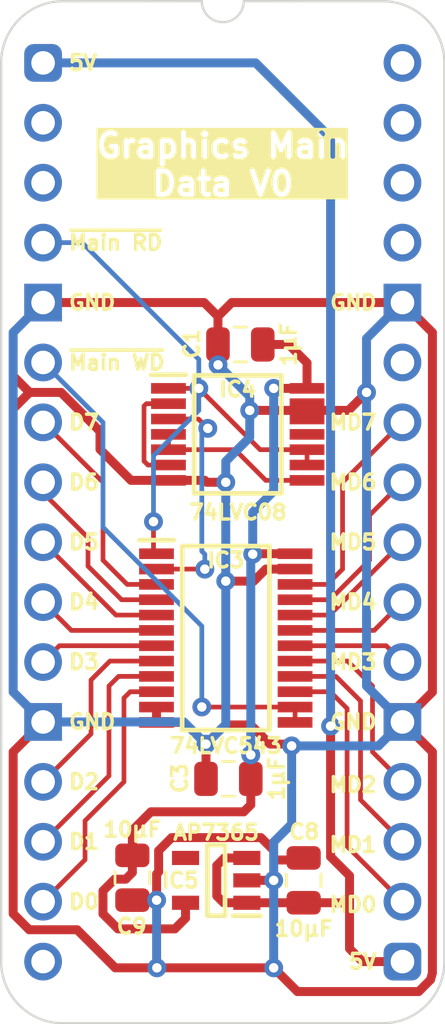
<source format=kicad_pcb>
(kicad_pcb (version 20241229) (generator "pcbnew") (generator_version "9.0")
  (title_block (title "Graphics Main Data") (date "2025-10-11") (rev "V0"))
  (layers (0 "F.Cu" signal) (2 "B.Cu" signal) (13 "F.Paste" user) (15 "B.Paste" user) (5 "F.SilkS" user "F.Silkscreen") (7 "B.SilkS" user "B.Silkscreen") (1 "F.Mask" user) (3 "B.Mask" user) (25 "Edge.Cuts" user))
  (net 0 "")
  (net 1 "GND")
  (net 2 "5V")
  (net 3 "/3.3V")
  (net 5 "D2")
  (net 6 "D0")
  (net 7 "MD1")
  (net 8 "D3")
  (net 9 "MD7")
  (net 10 "D4")
  (net 11 "MD6")
  (net 12 "MD0")
  (net 13 "D6")
  (net 14 "MD2")
  (net 15 "MD4")
  (net 16 "D7")
  (net 17 "MD3")
  (net 18 "MD5")
  (net 19 "D5")
  (net 20 "D1")
  (net 21 "~{Main Write}")
  (net 22 "~{Main Read}")
  (net 23 "/~{Read}_{3}")
  (net 24 "/~{Read}_{2}")
  (net 26 "/~{Read}_{4}")
  (footprint "SamacSys_Parts:SOP65P640X110-14N" (layer "F.Cu") (at 8.255 15.748)
    (property "Reference" "IC4" (at 0 -1.905 0) (layer "F.SilkS") (effects (font (size 0.635 0.635))))
    (property "Value" "74LVC08APW,112" (hide yes))
    (fp_line (start -3.675 -2.525) (end -2.2 -2.525) (stroke (width 0.2)) (layer "F.SilkS"))
    (fp_line (start -1.85 -2.5) (end 1.85 -2.5) (stroke (width 0.2)) (layer "F.SilkS"))
    (fp_line (start -1.85 2.5) (end -1.85 -2.5) (stroke (width 0.2)) (layer "F.SilkS"))
    (fp_line (start 1.85 -2.5) (end 1.85 2.5) (stroke (width 0.2)) (layer "F.SilkS"))
    (fp_line (start 1.85 2.5) (end -1.85 2.5) (stroke (width 0.2)) (layer "F.SilkS"))
    (fp_text user "${Silkscreen}" (at 0 3.302 0) (layer "F.SilkS") (effects (font (size 0.635 0.635))))
    (pad "1" smd rect (at -2.938 -1.95 90) (size 0.45 1.475) (layers "F.Cu" "F.Mask" "F.Paste") (net 22 "~{Main Read}"))
    (pad "2" smd rect (at -2.938 -1.3 90) (size 0.45 1.475) (layers "F.Cu" "F.Mask" "F.Paste") (net 23 "/~{Read}_{3}"))
    (pad "3" smd rect (at -2.938 -0.65 90) (size 0.45 1.475) (layers "F.Cu" "F.Mask" "F.Paste") (net 26 "/~{Read}_{4}"))
    (pad "4" smd rect (at -2.938 0 90) (size 0.45 1.475) (layers "F.Cu" "F.Mask" "F.Paste") (net 24 "/~{Read}_{2}"))
    (pad "5" smd rect (at -2.938 0.65 90) (size 0.45 1.475) (layers "F.Cu" "F.Mask" "F.Paste") (net 24 "/~{Read}_{2}"))
    (pad "6" smd rect (at -2.938 1.3 90) (size 0.45 1.475) (layers "F.Cu" "F.Mask" "F.Paste") (net 23 "/~{Read}_{3}"))
    (pad "7" smd rect (at -2.938 1.95 90) (size 0.45 1.475) (layers "F.Cu" "F.Mask" "F.Paste") (net 1 "GND"))
    (pad "8" smd rect (at 2.938 1.95 90) (size 0.45 1.475) (layers "F.Cu" "F.Mask" "F.Paste") (net 24 "/~{Read}_{2}"))
    (pad "9" smd rect (at 2.938 1.3 90) (size 0.45 1.475) (layers "F.Cu" "F.Mask" "F.Paste") (net 22 "~{Main Read}"))
    (pad "10" smd rect (at 2.938 0.65 90) (size 0.45 1.475) (layers "F.Cu" "F.Mask" "F.Paste") (net 22 "~{Main Read}"))
    (pad "11" smd rect (at 2.938 0 90) (size 0.45 1.475) (layers "F.Cu" "F.Mask" "F.Paste"))
    (pad "12" smd rect (at 2.938 -0.65 90) (size 0.45 1.475) (layers "F.Cu" "F.Mask" "F.Paste") (net 1 "GND"))
    (pad "13" smd rect (at 2.938 -1.3 90) (size 0.45 1.475) (layers "F.Cu" "F.Mask" "F.Paste") (net 1 "GND"))
    (pad "14" smd rect (at 2.938 -1.95 90) (size 0.45 1.475) (layers "F.Cu" "F.Mask" "F.Paste") (net 3 "/3.3V"))
  )
  (footprint "SamacSys_Parts:C_0805" (layer "F.Cu") (at 11.049 34.671)
    (property "Reference" "C8" (at 0.027 -2.075 180) (layer "F.SilkS") (effects (font (size 0.635 0.635))))
    (property "Value" "10µF" (at 0 2.032 0) (layer "F.SilkS") (effects (font (size 0.635 0.635))))
    (fp_line (start -0.735 0.245252) (end -0.735 -0.277252) (stroke (width 0.12)) (layer "F.SilkS"))
    (fp_line (start 0.735 0.245252) (end 0.735 -0.277252) (stroke (width 0.12)) (layer "F.SilkS"))
    (pad "1" smd roundrect (at 0 0.934 90) (size 1 1.45) (layers "F.Cu" "F.Mask" "F.Paste") (net 2 "5V"))
    (pad "2" smd roundrect (at 0 -0.966 90) (size 1 1.45) (layers "F.Cu" "F.Mask" "F.Paste") (net 1 "GND"))
  )
  (footprint "SamacSys_Parts:DIP-32_Board_W15.24mm" (layer "F.Cu") (at 0 0)
    (property "Reference" "J5" (hide yes))
    (property "Value" "Board 2x16 W15.24mm" (hide yes))
    (fp_line (start -1.778 38.1) (end -1.778 0) (stroke (width 0.1)) (layer "Edge.Cuts"))
    (fp_line (start 6.731 -2.6162) (end 0.835732 -2.613732) (stroke (width 0.1)) (layer "Edge.Cuts"))
    (fp_line (start 14.404267 -2.613733) (end 8.509 -2.6162) (stroke (width 0.1)) (layer "Edge.Cuts"))
    (fp_line (start 14.404268 40.713732) (end 0.835733 40.713733) (stroke (width 0.1)) (layer "Edge.Cuts"))
    (fp_line (start 17.018 38.1) (end 17.017999 -0.000001) (stroke (width 0.1)) (layer "Edge.Cuts"))
    (fp_arc (start -1.778 0) (mid -1.012456 -1.848188) (end 0.835732 -2.613732) (stroke (width 0.1)) (layer "Edge.Cuts"))
    (fp_arc (start 0.835733 40.713733) (mid -1.012456 39.948189) (end -1.778 38.1) (stroke (width 0.1)) (layer "Edge.Cuts"))
    (fp_arc (start 8.509 -2.6162) (mid 7.62 -1.7272) (end 6.731 -2.6162) (stroke (width 0.1)) (layer "Edge.Cuts"))
    (fp_arc (start 14.404267 -2.613733) (mid 16.252455 -1.848189) (end 17.017999 -0.000001) (stroke (width 0.1)) (layer "Edge.Cuts"))
    (fp_arc (start 17.018 38.1) (mid 16.252455 39.948187) (end 14.404268 40.713732) (stroke (width 0.1)) (layer "Edge.Cuts"))
    (pad "1" thru_hole roundrect (at 0 0) (size 1.6 1.6) (drill 1) (layers "*.Cu" "*.Mask") (net 2 "5V"))
    (pad "2" thru_hole oval (at 0 2.54) (size 1.6 1.6) (drill 1) (layers "*.Cu" "*.Mask"))
    (pad "3" thru_hole oval (at 0 5.08) (size 1.6 1.6) (drill 1) (layers "*.Cu" "*.Mask"))
    (pad "4" thru_hole oval (at 0 7.62) (size 1.6 1.6) (drill 1) (layers "*.Cu" "*.Mask") (net 22 "~{Main Read}"))
    (pad "5" thru_hole rect (at 0 10.16) (size 1.6 1.6) (drill 1) (layers "*.Cu" "*.Mask") (net 1 "GND"))
    (pad "6" thru_hole oval (at 0 12.7) (size 1.6 1.6) (drill 1) (layers "*.Cu" "*.Mask") (net 21 "~{Main Write}"))
    (pad "7" thru_hole oval (at 0 15.24) (size 1.6 1.6) (drill 1) (layers "*.Cu" "*.Mask") (net 16 "D7"))
    (pad "8" thru_hole oval (at 0 17.78) (size 1.6 1.6) (drill 1) (layers "*.Cu" "*.Mask") (net 13 "D6"))
    (pad "9" thru_hole oval (at 0 20.32) (size 1.6 1.6) (drill 1) (layers "*.Cu" "*.Mask") (net 19 "D5"))
    (pad "10" thru_hole oval (at 0 22.86) (size 1.6 1.6) (drill 1) (layers "*.Cu" "*.Mask") (net 10 "D4"))
    (pad "11" thru_hole oval (at 0 25.4) (size 1.6 1.6) (drill 1) (layers "*.Cu" "*.Mask") (net 8 "D3"))
    (pad "12" thru_hole rect (at 0 27.94) (size 1.6 1.6) (drill 1) (layers "*.Cu" "*.Mask") (net 1 "GND"))
    (pad "13" thru_hole oval (at 0 30.48) (size 1.6 1.6) (drill 1) (layers "*.Cu" "*.Mask") (net 5 "D2"))
    (pad "14" thru_hole oval (at 0 33.02) (size 1.6 1.6) (drill 1) (layers "*.Cu" "*.Mask") (net 20 "D1"))
    (pad "15" thru_hole oval (at 0 35.56) (size 1.6 1.6) (drill 1) (layers "*.Cu" "*.Mask") (net 6 "D0"))
    (pad "16" thru_hole oval (at 0 38.1) (size 1.6 1.6) (drill 1) (layers "*.Cu" "*.Mask"))
    (pad "17" thru_hole roundrect (at 15.24 38.1) (size 1.6 1.6) (drill 1) (layers "*.Cu" "*.Mask") (net 2 "5V"))
    (pad "18" thru_hole oval (at 15.24 35.56 180) (size 1.6 1.6) (drill 1) (layers "*.Cu" "*.Mask") (net 12 "MD0"))
    (pad "19" thru_hole oval (at 15.24 33.02 180) (size 1.6 1.6) (drill 1) (layers "*.Cu" "*.Mask") (net 7 "MD1"))
    (pad "20" thru_hole oval (at 15.24 30.48 180) (size 1.6 1.6) (drill 1) (layers "*.Cu" "*.Mask") (net 14 "MD2"))
    (pad "21" thru_hole rect (at 15.24 27.94) (size 1.6 1.6) (drill 1) (layers "*.Cu" "*.Mask") (net 1 "GND"))
    (pad "22" thru_hole oval (at 15.24 25.4) (size 1.6 1.6) (drill 1) (layers "*.Cu" "*.Mask") (net 17 "MD3"))
    (pad "23" thru_hole oval (at 15.24 22.86) (size 1.6 1.6) (drill 1) (layers "*.Cu" "*.Mask") (net 15 "MD4"))
    (pad "24" thru_hole oval (at 15.24 20.32) (size 1.6 1.6) (drill 1) (layers "*.Cu" "*.Mask") (net 18 "MD5"))
    (pad "25" thru_hole oval (at 15.24 17.78) (size 1.6 1.6) (drill 1) (layers "*.Cu" "*.Mask") (net 11 "MD6"))
    (pad "26" thru_hole oval (at 15.24 15.24) (size 1.6 1.6) (drill 1) (layers "*.Cu" "*.Mask") (net 9 "MD7"))
    (pad "27" thru_hole oval (at 15.24 12.7) (size 1.6 1.6) (drill 1) (layers "*.Cu" "*.Mask"))
    (pad "28" thru_hole rect (at 15.24 10.16) (size 1.6 1.6) (drill 1) (layers "*.Cu" "*.Mask") (net 1 "GND"))
    (pad "29" thru_hole oval (at 15.24 7.62) (size 1.6 1.6) (drill 1) (layers "*.Cu" "*.Mask"))
    (pad "30" thru_hole oval (at 15.24 5.08) (size 1.6 1.6) (drill 1) (layers "*.Cu" "*.Mask"))
    (pad "31" thru_hole oval (at 15.24 2.54) (size 1.6 1.6) (drill 1) (layers "*.Cu" "*.Mask"))
    (pad "32" thru_hole oval (at 15.24 0) (size 1.6 1.6) (drill 1) (layers "*.Cu" "*.Mask"))
  )
  (footprint "SamacSys_Parts:SOP65P640X120-24N" (layer "F.Cu") (at 7.747 24.384)
    (property "Reference" "IC3" (at 0 -3.302 0) (layer "F.SilkS") (effects (font (size 0.635 0.635))))
    (property "Value" "SN74LVC543APWR" (hide yes))
    (fp_line (start -3.675 -4.15) (end -2.2 -4.15) (stroke (width 0.2)) (layer "F.SilkS"))
    (fp_line (start -1.85 -3.9) (end 1.85 -3.9) (stroke (width 0.2)) (layer "F.SilkS"))
    (fp_line (start -1.85 3.9) (end -1.85 -3.9) (stroke (width 0.2)) (layer "F.SilkS"))
    (fp_line (start 1.85 -3.9) (end 1.85 3.9) (stroke (width 0.2)) (layer "F.SilkS"))
    (fp_line (start 1.85 3.9) (end -1.85 3.9) (stroke (width 0.2)) (layer "F.SilkS"))
    (fp_text user "${Silkscreen}" (at 0 4.572 0) (layer "F.SilkS") (effects (font (size 0.635 0.635))))
    (pad "1" smd rect (at -2.938 -3.575 90) (size 0.45 1.475) (layers "F.Cu" "F.Mask" "F.Paste") (net 22 "~{Main Read}"))
    (pad "2" smd rect (at -2.938 -2.925 90) (size 0.45 1.475) (layers "F.Cu" "F.Mask" "F.Paste") (net 26 "/~{Read}_{4}"))
    (pad "3" smd rect (at -2.938 -2.275 90) (size 0.45 1.475) (layers "F.Cu" "F.Mask" "F.Paste") (net 16 "D7"))
    (pad "4" smd rect (at -2.938 -1.625 90) (size 0.45 1.475) (layers "F.Cu" "F.Mask" "F.Paste") (net 13 "D6"))
    (pad "5" smd rect (at -2.938 -0.975 90) (size 0.45 1.475) (layers "F.Cu" "F.Mask" "F.Paste") (net 19 "D5"))
    (pad "6" smd rect (at -2.938 -0.325 90) (size 0.45 1.475) (layers "F.Cu" "F.Mask" "F.Paste") (net 10 "D4"))
    (pad "7" smd rect (at -2.938 0.325 90) (size 0.45 1.475) (layers "F.Cu" "F.Mask" "F.Paste") (net 8 "D3"))
    (pad "8" smd rect (at -2.938 0.975 90) (size 0.45 1.475) (layers "F.Cu" "F.Mask" "F.Paste") (net 5 "D2"))
    (pad "9" smd rect (at -2.938 1.625 90) (size 0.45 1.475) (layers "F.Cu" "F.Mask" "F.Paste") (net 20 "D1"))
    (pad "10" smd rect (at -2.938 2.275 90) (size 0.45 1.475) (layers "F.Cu" "F.Mask" "F.Paste") (net 6 "D0"))
    (pad "11" smd rect (at -2.938 2.925 90) (size 0.45 1.475) (layers "F.Cu" "F.Mask" "F.Paste") (net 1 "GND"))
    (pad "12" smd rect (at -2.938 3.575 90) (size 0.45 1.475) (layers "F.Cu" "F.Mask" "F.Paste") (net 1 "GND"))
    (pad "13" smd rect (at 2.938 3.575 90) (size 0.45 1.475) (layers "F.Cu" "F.Mask" "F.Paste") (net 21 "~{Main Write}"))
    (pad "14" smd rect (at 2.938 2.925 90) (size 0.45 1.475) (layers "F.Cu" "F.Mask" "F.Paste") (net 21 "~{Main Write}"))
    (pad "15" smd rect (at 2.938 2.275 90) (size 0.45 1.475) (layers "F.Cu" "F.Mask" "F.Paste") (net 12 "MD0"))
    (pad "16" smd rect (at 2.938 1.625 90) (size 0.45 1.475) (layers "F.Cu" "F.Mask" "F.Paste") (net 7 "MD1"))
    (pad "17" smd rect (at 2.938 0.975 90) (size 0.45 1.475) (layers "F.Cu" "F.Mask" "F.Paste") (net 14 "MD2"))
    (pad "18" smd rect (at 2.938 0.325 90) (size 0.45 1.475) (layers "F.Cu" "F.Mask" "F.Paste") (net 17 "MD3"))
    (pad "19" smd rect (at 2.938 -0.325 90) (size 0.45 1.475) (layers "F.Cu" "F.Mask" "F.Paste") (net 15 "MD4"))
    (pad "20" smd rect (at 2.938 -0.975 90) (size 0.45 1.475) (layers "F.Cu" "F.Mask" "F.Paste") (net 18 "MD5"))
    (pad "21" smd rect (at 2.938 -1.625 90) (size 0.45 1.475) (layers "F.Cu" "F.Mask" "F.Paste") (net 11 "MD6"))
    (pad "22" smd rect (at 2.938 -2.275 90) (size 0.45 1.475) (layers "F.Cu" "F.Mask" "F.Paste") (net 9 "MD7"))
    (pad "23" smd rect (at 2.938 -2.925 90) (size 0.45 1.475) (layers "F.Cu" "F.Mask" "F.Paste") (net 1 "GND"))
    (pad "24" smd rect (at 2.938 -3.575 90) (size 0.45 1.475) (layers "F.Cu" "F.Mask" "F.Paste") (net 3 "/3.3V"))
  )
  (footprint "SamacSys_Parts:C_0805" (layer "F.Cu") (at 7.874 30.353 90)
    (property "Reference" "C3" (at 0.027 -2.075 90) (layer "F.SilkS") (effects (font (size 0.635 0.635))))
    (property "Value" "1μF" (at 0 2.032 90) (layer "F.SilkS") (effects (font (size 0.635 0.635))))
    (fp_line (start 0.735 -0.277252) (end 0.735 0.245252) (stroke (width 0.12)) (layer "F.SilkS"))
    (fp_line (start -0.735 -0.277252) (end -0.735 0.245252) (stroke (width 0.12)) (layer "F.SilkS"))
    (pad "1" smd roundrect (at 0 0.934 180) (size 1 1.45) (layers "F.Cu" "F.Mask" "F.Paste") (net 3 "/3.3V"))
    (pad "2" smd roundrect (at 0 -0.966 180) (size 1 1.45) (layers "F.Cu" "F.Mask" "F.Paste") (net 1 "GND"))
  )
  (footprint "SamacSys_Parts:C_0805" (layer "F.Cu") (at 3.7846 34.529 180)
    (property "Reference" "C9" (at 0.027 -2.075 0) (layer "F.SilkS") (effects (font (size 0.635 0.635))))
    (property "Value" "10µF" (at 0 2.032 180) (layer "F.SilkS") (effects (font (size 0.635 0.635))))
    (fp_line (start 0.735 0.245252) (end 0.735 -0.277252) (stroke (width 0.12)) (layer "F.SilkS"))
    (fp_line (start -0.735 0.245252) (end -0.735 -0.277252) (stroke (width 0.12)) (layer "F.SilkS"))
    (pad "1" smd roundrect (at 0 0.934 270) (size 1 1.45) (layers "F.Cu" "F.Mask" "F.Paste") (net 3 "/3.3V"))
    (pad "2" smd roundrect (at 0 -0.966 270) (size 1 1.45) (layers "F.Cu" "F.Mask" "F.Paste") (net 1 "GND"))
  )
  (footprint "SamacSys_Parts:SOT95P285X130-5N" (layer "F.Cu") (at 7.3406 34.656 180)
    (property "Reference" "IC5" (at 1.524 0 180) (layer "F.SilkS") (effects (font (size 0.635 0.635))))
    (property "Value" "AP7365-33WG-7" (hide yes))
    (fp_line (start 0.375 1.5) (end -0.375 1.5) (stroke (width 0.2)) (layer "F.SilkS"))
    (fp_line (start 0.375 -1.5) (end 0.375 1.5) (stroke (width 0.2)) (layer "F.SilkS"))
    (fp_line (start -0.375 1.5) (end -0.375 -1.5) (stroke (width 0.2)) (layer "F.SilkS"))
    (fp_line (start -0.375 -1.5) (end 0.375 -1.5) (stroke (width 0.2)) (layer "F.SilkS"))
    (fp_line (start -1.875 -1.5) (end -0.725 -1.5) (stroke (width 0.2)) (layer "F.SilkS"))
    (fp_text user "${Silkscreen}" (at 0 2.032 180) (layer "F.SilkS") (effects (font (size 0.635 0.635))))
    (pad "1" smd rect (at -1.3 -0.95 270) (size 0.6 1.15) (layers "F.Cu" "F.Mask" "F.Paste") (net 2 "5V"))
    (pad "2" smd rect (at -1.3 0 270) (size 0.6 1.15) (layers "F.Cu" "F.Mask" "F.Paste") (net 1 "GND"))
    (pad "3" smd rect (at -1.3 0.95 270) (size 0.6 1.15) (layers "F.Cu" "F.Mask" "F.Paste") (net 2 "5V"))
    (pad "4" smd rect (at 1.3 0.95 270) (size 0.6 1.15) (layers "F.Cu" "F.Mask" "F.Paste"))
    (pad "5" smd rect (at 1.3 -0.95 270) (size 0.6 1.15) (layers "F.Cu" "F.Mask" "F.Paste") (net 3 "/3.3V"))
  )
  (footprint "SamacSys_Parts:C_0805" (layer "F.Cu") (at 8.382 11.938 90)
    (property "Reference" "C1" (at 0.027 -2.075 90) (layer "F.SilkS") (effects (font (size 0.635 0.635))))
    (property "Value" "1μF" (at 0 2.032 90) (layer "F.SilkS") (effects (font (size 0.635 0.635))))
    (fp_line (start 0.735 -0.277252) (end 0.735 0.245252) (stroke (width 0.12)) (layer "F.SilkS"))
    (fp_line (start -0.735 -0.277252) (end -0.735 0.245252) (stroke (width 0.12)) (layer "F.SilkS"))
    (pad "1" smd roundrect (at 0 0.934 180) (size 1 1.45) (layers "F.Cu" "F.Mask" "F.Paste") (net 3 "/3.3V"))
    (pad "2" smd roundrect (at 0 -0.966 180) (size 1 1.45) (layers "F.Cu" "F.Mask" "F.Paste") (net 1 "GND"))
  )
  (gr_text "D3" (at 1.016 25.4 0) (layer "F.SilkS") (effects (font (size 0.635 0.635)) (justify left)))
  (gr_text "GND" (at 14.224 27.94 0) (layer "F.SilkS") (effects (font (size 0.635 0.635)) (justify right)))
  (gr_text "D6" (at 1.016 17.78 0) (layer "F.SilkS") (effects (font (size 0.635 0.635)) (justify left)))
  (gr_text "MD1" (at 14.224 33.147 0) (layer "F.SilkS") (effects (font (size 0.635 0.635)) (justify right)))
  (gr_text "D2" (at 1.016 30.48 0) (layer "F.SilkS") (effects (font (size 0.635 0.635)) (justify left)))
  (gr_text "5V" (at 14.224 38.1 0) (layer "F.SilkS") (effects (font (size 0.635 0.635)) (justify right)))
  (gr_text "MD3" (at 14.224 25.4 0) (layer "F.SilkS") (effects (font (size 0.635 0.635)) (justify right)))
  (gr_text "GND" (at 1.016 27.94 0) (layer "F.SilkS") (effects (font (size 0.635 0.635)) (justify left)))
  (gr_text "D7" (at 1.016 15.24 0) (layer "F.SilkS") (effects (font (size 0.635 0.635)) (justify left)))
  (gr_text "MD4" (at 14.224 22.86 0) (layer "F.SilkS") (effects (font (size 0.635 0.635)) (justify right)))
  (gr_text "GND" (at 14.224 10.16 0) (layer "F.SilkS") (effects (font (size 0.635 0.635)) (justify right)))
  (gr_text "D1" (at 1.016 33.02 0) (layer "F.SilkS") (effects (font (size 0.635 0.635)) (justify left)))
  (gr_text "~{Main RD}" (at 1.016 7.62 0) (layer "F.SilkS") (effects (font (size 0.635 0.635)) (justify left)))
  (gr_text "D5" (at 1.016 20.32 0) (layer "F.SilkS") (effects (font (size 0.635 0.635)) (justify left)))
  (gr_text "D0" (at 1.016 35.56 0) (layer "F.SilkS") (effects (font (size 0.635 0.635)) (justify left)))
  (gr_text "GND" (at 1.016 10.16 0) (layer "F.SilkS") (effects (font (size 0.635 0.635)) (justify left)))
  (gr_text "D4" (at 1.016 22.86 0) (layer "F.SilkS") (effects (font (size 0.635 0.635)) (justify left)))
  (gr_text "MD7" (at 14.224 15.24 0) (layer "F.SilkS") (effects (font (size 0.635 0.635)) (justify right)))
  (gr_text "5V" (at 1.016 0 0) (layer "F.SilkS") (effects (font (size 0.635 0.635)) (justify left)))
  (gr_text "~{Main WD}" (at 1.016 12.7 0) (layer "F.SilkS") (effects (font (size 0.635 0.635)) (justify left)))
  (gr_text "MD5" (at 14.224 20.32 0) (layer "F.SilkS") (effects (font (size 0.635 0.635)) (justify right)))
  (gr_text "Graphics Main\nData V0" (at 7.62 4.318 0) (layer "F.SilkS" knockout) (effects (font (size 1 1) (thickness 0.2) (bold yes))))
  (gr_text "MD6" (at 14.224 17.78 0) (layer "F.SilkS") (effects (font (size 0.635 0.635)) (justify right)))
  (gr_text "MD2" (at 14.224 30.607 0) (layer "F.SilkS") (effects (font (size 0.635 0.635)) (justify right)))
  (gr_text "MD0" (at 14.224 35.687 0) (layer "F.SilkS") (effects (font (size 0.635 0.635)) (justify right)))
  (segment (start 11.559 14.732) (end 11.193 15.098) (width 0.38) (layer "F.Cu") (net 1))
  (segment (start 2.413 15.621) (end 0.762 13.97) (width 0.38) (layer "F.Cu") (net 1))
  (segment (start 7.720002 28.067) (end 6.908001 28.879001) (width 0.38) (layer "F.Cu") (net 1))
  (segment (start -1.27 36.068) (end -0.588 36.75) (width 0.38) (layer "F.Cu") (net 1))
  (segment (start -1.27 14.667085) (end -0.572915 13.97) (width 0.38) (layer "F.Cu") (net 1))
  (segment (start 6.831 10.16) (end 7.416 10.745) (width 0.38) (layer "F.Cu") (net 1))
  (segment (start -1.27 13.272915) (end -0.572915 13.97) (width 0.38) (layer "F.Cu") (net 1))
  (segment (start 10.464001 28.879001) (end 9.619938 28.879001) (width 0.38) (layer "F.Cu") (net 1))
  (segment (start 6.908 30.353) (end 6.908001 28.879001) (width 0.38) (layer "F.Cu") (net 1))
  (segment (start 12.954 14.732) (end 11.559 14.732) (width 0.38) (layer "F.Cu") (net 1))
  (segment (start 9.619938 28.879001) (end 8.807937 28.067) (width 0.38) (layer "F.Cu") (net 1))
  (segment (start 3.0584 38.3644) (end 4.826 38.3644) (width 0.38) (layer "F.Cu") (net 1))
  (segment (start 9.779 33.7924) (end 9.779 33.38506) (width 0.38) (layer "F.Cu") (net 1))
  (segment (start -1.27 26.67) (end -1.27 14.667085) (width 0.38) (layer "F.Cu") (net 1))
  (segment (start 3.7846 35.495) (end 4.813998 35.495) (width 0.38) (layer "F.Cu") (net 1))
  (segment (start 9.23794 32.844) (end 5.451644 32.844) (width 0.38) (layer "F.Cu") (net 1))
  (segment (start 13.716 13.97) (end 12.954 14.732) (width 0.38) (layer "F.Cu") (net 1))
  (segment (start 16.51 26.67) (end 15.24 27.94) (width 0.38) (layer "F.Cu") (net 1))
  (segment (start 6.942122 17.78) (end 6.860122 17.698) (width 0.38) (layer "F.Cu") (net 1))
  (segment (start 5.451644 32.844) (end 4.8996 33.396044) (width 0.38) (layer "F.Cu") (net 1))
  (segment (start 0 10.16) (end 6.831 10.16) (width 0.38) (layer "F.Cu") (net 1))
  (segment (start 10.541 28.956) (end 10.464001 28.879001) (width 0.38) (layer "F.Cu") (net 1))
  (segment (start 15.928038 39.37) (end 10.7846 39.37) (width 0.38) (layer "F.Cu") (net 1))
  (segment (start 4.809 27.959) (end 5.988 27.959) (width 0.38) (layer "F.Cu") (net 1))
  (segment (start 5.988 27.959) (end 6.908001 28.879001) (width 0.38) (layer "F.Cu") (net 1))
  (segment (start 7.416 10.745) (end 8.001 10.16) (width 0.38) (layer "F.Cu") (net 1))
  (segment (start 4.8996 34.3004) (end 4.814001 34.385999) (width 0.38) (layer "F.Cu") (net 1))
  (segment (start 9.779 33.7924) (end 10.972 33.7924) (width 0.38) (layer "F.Cu") (net 1))
  (segment (start 10.685 21.459) (end 9.446937 21.459) (width 0.38) (layer "F.Cu") (net 1))
  (segment (start 4.814001 34.385999) (end 4.814001 35.494997) (width 0.38) (layer "F.Cu") (net 1))
  (segment (start -1.27 11.43) (end -1.27 13.272915) (width 0.38) (layer "F.Cu") (net 1))
  (segment (start 9.779 33.38506) (end 9.23794 32.844) (width 0.38) (layer "F.Cu") (net 1))
  (segment (start 4.813998 35.495) (end 4.814001 35.494997) (width 0.38) (layer "F.Cu") (net 1))
  (segment (start 2.413 15.621) (end 2.413 16.383) (width 0.38) (layer "F.Cu") (net 1))
  (segment (start 15.24 10.16) (end 16.51 11.43) (width 0.38) (layer "F.Cu") (net 1))
  (segment (start 16.51 38.577442) (end 16.432916 38.865122) (width 0.38) (layer "F.Cu") (net 1))
  (segment (start 10.7846 39.37) (end 9.779 38.3644) (width 0.38) (layer "F.Cu") (net 1))
  (segment (start 0.762 13.97) (end -0.572915 13.97) (width 0.38) (layer "F.Cu") (net 1))
  (segment (start 11.193 14.448) (end 11.193 15.098) (width 0.38) (layer "F.Cu") (net 1))
  (segment (start 16.51 11.43) (end 16.51 26.67) (width 0.38) (layer "F.Cu") (net 1))
  (segment (start -1.27 29.21) (end -1.27 36.068) (width 0.38) (layer "F.Cu") (net 1))
  (segment (start 0 10.16) (end -1.27 11.43) (width 0.38) (layer "F.Cu") (net 1))
  (segment (start 8.001 10.16) (end 15.24 10.16) (width 0.38) (layer "F.Cu") (net 1))
  (segment (start 8.934937 21.971) (end 7.747 21.971) (width 0.38) (layer "F.Cu") (net 1))
  (segment (start 2.413 16.383) (end 3.728 17.698) (width 0.38) (layer "F.Cu") (net 1))
  (segment (start 15.24 27.94) (end 16.51 29.21) (width 0.38) (layer "F.Cu") (net 1))
  (segment (start 16.432916 38.865122) (end 15.928038 39.37) (width 0.38) (layer "F.Cu") (net 1))
  (segment (start 4.8996 33.396044) (end 4.8996 34.3004) (width 0.38) (layer "F.Cu") (net 1))
  (segment (start 8.763 14.732) (end 10.827 14.732) (width 0.38) (layer "F.Cu") (net 1))
  (segment (start 6.860122 17.698) (end 5.317 17.698) (width 0.38) (layer "F.Cu") (net 1))
  (segment (start 7.416 11.938) (end 7.416 10.745) (width 0.38) (layer "F.Cu") (net 1))
  (segment (start 9.446937 21.459) (end 8.934937 21.971) (width 0.38) (layer "F.Cu") (net 1))
  (segment (start 3.728 17.698) (end 5.317 17.698) (width 0.38) (layer "F.Cu") (net 1))
  (segment (start 16.51 29.21) (end 16.51 38.577442) (width 0.38) (layer "F.Cu") (net 1))
  (segment (start 8.807937 28.067) (end 7.720002 28.067) (width 0.38) (layer "F.Cu") (net 1))
  (segment (start 9.779 34.656) (end 9.779 33.7924) (width 0.38) (layer "F.Cu") (net 1))
  (segment (start 9.779 38.3644) (end 4.826 38.3644) (width 0.38) (layer "F.Cu") (net 1))
  (segment (start -0.588 36.75) (end 1.444 36.75) (width 0.38) (layer "F.Cu") (net 1))
  (segment (start 10.827 14.732) (end 11.193 15.098) (width 0.38) (layer "F.Cu") (net 1))
  (segment (start 0 27.94) (end -1.27 26.67) (width 0.38) (layer "F.Cu") (net 1))
  (segment (start 0 27.94) (end -1.27 29.21) (width 0.38) (layer "F.Cu") (net 1))
  (segment (start 4.809 27.309) (end 4.809 27.959) (width 0.38) (layer "F.Cu") (net 1))
  (segment (start 8.6406 34.656) (end 9.779 34.656) (width 0.38) (layer "F.Cu") (net 1))
  (segment (start 7.747 17.78) (end 6.942122 17.78) (width 0.38) (layer "F.Cu") (net 1))
  (segment (start 1.444 36.75) (end 3.0584 38.3644) (width 0.38) (layer "F.Cu") (net 1))
  (via (at 7.747 21.971) (size 0.8) (drill 0.4) (layers "F.Cu" "B.Cu") (net 1))
  (via (at 6.908001 28.879001) (size 0.8) (drill 0.4) (layers "F.Cu" "B.Cu") (net 1))
  (via (at 8.763 14.732) (size 0.8) (drill 0.4) (layers "F.Cu" "B.Cu") (net 1))
  (via (at 9.779 34.656) (size 0.8) (drill 0.4) (layers "F.Cu" "B.Cu") (net 1))
  (via (at 4.814001 35.494997) (size 0.8) (drill 0.4) (layers "F.Cu" "B.Cu") (net 1))
  (via (at 4.826 38.3644) (size 0.8) (drill 0.4) (layers "F.Cu" "B.Cu") (net 1))
  (via (at 10.541 28.956) (size 0.8) (drill 0.4) (layers "F.Cu" "B.Cu") (net 1))
  (via (at 13.716 13.97) (size 0.8) (drill 0.4) (layers "F.Cu" "B.Cu") (net 1))
  (via (at 9.779 38.3644) (size 0.8) (drill 0.4) (layers "F.Cu" "B.Cu") (net 1))
  (via (at 7.747 17.78) (size 0.8) (drill 0.4) (layers "F.Cu" "B.Cu") (net 1))
  (via (at 7.420188 12.802199) (size 0.8) (drill 0.4) (layers "F.Cu" "B.Cu") (net 1))
  (segment (start 7.747 21.971) (end 7.747 28.040002) (width 0.38) (layer "B.Cu") (net 1))
  (segment (start 7.420188 12.802199) (end 8.763 14.145011) (width 0.38) (layer "B.Cu") (net 1))
  (segment (start 5.969 27.94) (end 6.908001 28.879001) (width 0.38) (layer "B.Cu") (net 1))
  (segment (start 7.747 28.040002) (end 6.908001 28.879001) (width 0.38) (layer "B.Cu") (net 1))
  (segment (start 14.224 28.956) (end 15.24 27.94) (width 0.38) (layer "B.Cu") (net 1))
  (segment (start 10.541 32.2684) (end 10.541 28.956) (width 0.38) (layer "B.Cu") (net 1))
  (segment (start 7.747 17.78) (end 7.747 21.971) (width 0.38) (layer "B.Cu") (net 1))
  (segment (start 0 27.94) (end 5.969 27.94) (width 0.38) (layer "B.Cu") (net 1))
  (segment (start 13.716 26.416) (end 15.24 27.94) (width 0.38) (layer "B.Cu") (net 1))
  (segment (start 10.541 28.956) (end 14.224 28.956) (width 0.38) (layer "B.Cu") (net 1))
  (segment (start -1.27 11.43) (end -1.27 26.67) (width 0.38) (layer "B.Cu") (net 1))
  (segment (start 8.763 15.875) (end 8.763 14.732) (width 0.38) (layer "B.Cu") (net 1))
  (segment (start 4.814001 35.494997) (end 4.814001 38.352401) (width 0.38) (layer "B.Cu") (net 1))
  (segment (start 7.747 17.78) (end 7.747 16.891) (width 0.38) (layer "B.Cu") (net 1))
  (segment (start 9.779 33.0304) (end 10.541 32.2684) (width 0.38) (layer "B.Cu") (net 1))
  (segment (start 4.814001 38.352401) (end 4.826 38.3644) (width 0.38) (layer "B.Cu") (net 1))
  (segment (start 13.716 13.97) (end 13.716 11.684) (width 0.38) (layer "B.Cu") (net 1))
  (segment (start 8.763 14.145011) (end 8.763 14.732) (width 0.38) (layer "B.Cu") (net 1))
  (segment (start 7.747 16.891) (end 8.763 15.875) (width 0.38) (layer "B.Cu") (net 1))
  (segment (start 9.779 34.656) (end 9.779 33.0304) (width 0.38) (layer "B.Cu") (net 1))
  (segment (start 9.779 34.656) (end 9.779 38.3644) (width 0.38) (layer "B.Cu") (net 1))
  (segment (start 13.716 13.97) (end 13.716 26.416) (width 0.38) (layer "B.Cu") (net 1))
  (segment (start -1.27 26.67) (end 0 27.94) (width 0.38) (layer "B.Cu") (net 1))
  (segment (start 13.716 11.684) (end 15.24 10.16) (width 0.38) (layer "B.Cu") (net 1))
  (segment (start 0 10.16) (end -1.27 11.43) (width 0.38) (layer "B.Cu") (net 1))
  (segment (start 12.192 28.116) (end 12.192 33.655) (width 0.38) (layer "F.Cu") (net 2))
  (segment (start 12.995 34.458) (end 12.192 33.655) (width 0.38) (layer "F.Cu") (net 2))
  (segment (start 7.366 35.3164) (end 7.6556 35.606) (width 0.38) (layer "F.Cu") (net 2))
  (segment (start 7.6556 35.606) (end 8.6406 35.606) (width 0.38) (layer "F.Cu") (net 2))
  (segment (start 13.544 38.1) (end 15.24 38.1) (width 0.38) (layer "F.Cu") (net 2))
  (segment (start 12.3444 35.6108) (end 12.3386 35.605) (width 0.38) (layer "F.Cu") (net 2))
  (segment (start 12.3386 35.605) (end 11.049 35.605) (width 0.38) (layer "F.Cu") (net 2))
  (segment (start 12.995 35.6108) (end 12.995 34.458) (width 0.38) (layer "F.Cu") (net 2))
  (segment (start 7.6856 33.706) (end 7.366 34.0256) (width 0.38) (layer "F.Cu") (net 2))
  (segment (start 12.995 37.551) (end 12.995 35.6108) (width 0.38) (layer "F.Cu") (net 2))
  (segment (start 8.6406 33.706) (end 7.6856 33.706) (width 0.38) (layer "F.Cu") (net 2))
  (segment (start 8.6406 35.606) (end 11.048 35.606) (width 0.38) (layer "F.Cu") (net 2))
  (segment (start 12.995 37.551) (end 13.544 38.1) (width 0.38) (layer "F.Cu") (net 2))
  (segment (start 7.366 34.0256) (end 7.366 35.3164) (width 0.38) (layer "F.Cu") (net 2))
  (segment (start 12.995 35.6108) (end 12.3444 35.6108) (width 0.38) (layer "F.Cu") (net 2))
  (via (at 12.192 28.116) (size 0.8) (drill 0.4) (layers "F.Cu" "B.Cu") (net 2))
  (segment (start 9.017 0) (end 12.192 3.175) (width 0.38) (layer "B.Cu") (net 2))
  (segment (start 12.192 3.175) (end 12.192 28.116) (width 0.38) (layer "B.Cu") (net 2))
  (segment (start 0 0) (end 9.017 0) (width 0.38) (layer "B.Cu") (net 2))
  (segment (start 10.685 20.809) (end 8.908997 20.809) (width 0.38) (layer "F.Cu") (net 3))
  (segment (start 6.0406 35.606) (end 6.0406 36.2608) (width 0.38) (layer "F.Cu") (net 3))
  (segment (start 3.175 36.7134) (end 2.54 36.0784) (width 0.38) (layer "F.Cu") (net 3))
  (segment (start 10.414 11.938) (end 11.193 12.717) (width 0.38) (layer "F.Cu") (net 3))
  (segment (start 6.0406 36.2608) (end 5.588 36.7134) (width 0.38) (layer "F.Cu") (net 3))
  (segment (start 3.037576 34.605) (end 3.5054 34.605) (width 0.38) (layer "F.Cu") (net 3))
  (segment (start 8.908997 20.809) (end 8.889997 20.828) (width 0.38) (layer "F.Cu") (net 3))
  (segment (start 11.193 12.717) (end 11.193 13.798) (width 0.38) (layer "F.Cu") (net 3))
  (segment (start 5.588 36.7134) (end 3.175 36.7134) (width 0.38) (layer "F.Cu") (net 3))
  (segment (start 8.808 31.451) (end 8.509 31.75) (width 0.38) (layer "F.Cu") (net 3))
  (segment (start 3.5054 34.605) (end 3.7846 34.3258) (width 0.38) (layer "F.Cu") (net 3))
  (segment (start 3.7846 34.3258) (end 3.7846 33.595) (width 0.38) (layer "F.Cu") (net 3))
  (segment (start 9.316 11.938) (end 10.414 11.938) (width 0.38) (layer "F.Cu") (net 3))
  (segment (start 2.54 35.102576) (end 3.037576 34.605) (width 0.38) (layer "F.Cu") (net 3))
  (segment (start 8.808 30.353) (end 8.808 31.451) (width 0.38) (layer "F.Cu") (net 3))
  (segment (start 9.779 13.798) (end 11.193 13.798) (width 0.38) (layer "F.Cu") (net 3))
  (segment (start 2.54 36.0784) (end 2.54 35.102576) (width 0.38) (layer "F.Cu") (net 3))
  (segment (start 8.509 31.75) (end 4.572 31.75) (width 0.38) (layer "F.Cu") (net 3))
  (segment (start 3.7846 32.5374) (end 3.7846 33.595) (width 0.38) (layer "F.Cu") (net 3))
  (segment (start 4.572 31.75) (end 3.7846 32.5374) (width 0.38) (layer "F.Cu") (net 3))
  (segment (start 8.808 29.337) (end 8.808 30.353) (width 0.38) (layer "F.Cu") (net 3))
  (via (at 8.889997 20.828) (size 0.8) (drill 0.4) (layers "F.Cu" "B.Cu") (net 3))
  (via (at 9.779 13.798) (size 0.8) (drill 0.4) (layers "F.Cu" "B.Cu") (net 3))
  (via (at 8.808 29.337) (size 0.8) (drill 0.4) (layers "F.Cu" "B.Cu") (net 3))
  (segment (start 8.808 20.909997) (end 8.808 29.337) (width 0.38) (layer "B.Cu") (net 3))
  (segment (start 9.779 13.798) (end 9.779 18.161) (width 0.38) (layer "B.Cu") (net 3))
  (segment (start 8.889997 20.828) (end 8.808 20.909997) (width 0.38) (layer "B.Cu") (net 3))
  (segment (start 9.779 18.161) (end 8.889997 19.050003) (width 0.38) (layer "B.Cu") (net 3))
  (segment (start 8.889997 19.050003) (end 8.889997 20.828) (width 0.38) (layer "B.Cu") (net 3))
  (segment (start 2.032 26.162) (end 2.835 25.359) (width 0.2) (layer "F.Cu") (net 5))
  (segment (start 2.032 28.448) (end 2.032 26.162) (width 0.2) (layer "F.Cu") (net 5))
  (segment (start 0 30.48) (end 2.032 28.448) (width 0.2) (layer "F.Cu") (net 5))
  (segment (start 2.835 25.359) (end 4.809 25.359) (width 0.2) (layer "F.Cu") (net 5))
  (segment (start 3.429 30.48) (end 3.429 26.924) (width 0.2) (layer "F.Cu") (net 6))
  (segment (start 3.694 26.659) (end 4.809 26.659) (width 0.2) (layer "F.Cu") (net 6))
  (segment (start 3.429 26.924) (end 3.694 26.659) (width 0.2) (layer "F.Cu") (net 6))
  (segment (start 1.778 33.782) (end 1.778 32.131) (width 0.2) (layer "F.Cu") (net 6))
  (segment (start 1.778 32.131) (end 3.429 30.48) (width 0.2) (layer "F.Cu") (net 6))
  (segment (start 0 35.56) (end 1.778 33.782) (width 0.2) (layer "F.Cu") (net 6))
  (segment (start 13.462 31.242) (end 13.462 27.051) (width 0.2) (layer "F.Cu") (net 7))
  (segment (start 15.24 33.02) (end 13.462 31.242) (width 0.2) (layer "F.Cu") (net 7))
  (segment (start 13.462 27.051) (end 12.42 26.009) (width 0.2) (layer "F.Cu") (net 7))
  (segment (start 12.42 26.009) (end 10.685 26.009) (width 0.2) (layer "F.Cu") (net 7))
  (segment (start 0 25.4) (end 0.691 24.709) (width 0.2) (layer "F.Cu") (net 8))
  (segment (start 0.691 24.709) (end 4.809 24.709) (width 0.2) (layer "F.Cu") (net 8))
  (segment (start 12.7 21.463) (end 12.7 17.78) (width 0.2) (layer "F.Cu") (net 9))
  (segment (start 12.7 17.78) (end 15.24 15.24) (width 0.2) (layer "F.Cu") (net 9))
  (segment (start 12.054 22.109) (end 12.7 21.463) (width 0.2) (layer "F.Cu") (net 9))
  (segment (start 10.685 22.109) (end 12.054 22.109) (width 0.2) (layer "F.Cu") (net 9))
  (segment (start 0 22.86) (end 1.199 24.059) (width 0.2) (layer "F.Cu") (net 10))
  (segment (start 1.199 24.059) (end 4.809 24.059) (width 0.2) (layer "F.Cu") (net 10))
  (segment (start 13.843 21.082) (end 13.843 19.177) (width 0.2) (layer "F.Cu") (net 11))
  (segment (start 10.685 22.759) (end 12.166 22.759) (width 0.2) (layer "F.Cu") (net 11))
  (segment (start 13.843 19.177) (end 15.24 17.78) (width 0.2) (layer "F.Cu") (net 11))
  (segment (start 12.166 22.759) (end 13.843 21.082) (width 0.2) (layer "F.Cu") (net 11))
  (segment (start 12.892 33.212) (end 15.24 35.56) (width 0.2) (layer "F.Cu") (net 12))
  (segment (start 12.892 27.37) (end 12.892 33.212) (width 0.2) (layer "F.Cu") (net 12))
  (segment (start 12.181 26.659) (end 12.892 27.37) (width 0.2) (layer "F.Cu") (net 12))
  (segment (start 10.685 26.659) (end 12.181 26.659) (width 0.2) (layer "F.Cu") (net 12))
  (segment (start 1.905 21.336) (end 1.905 20.1325) (width 0.2) (layer "F.Cu") (net 13))
  (segment (start 1.905 20.1325) (end 0 18.2275) (width 0.2) (layer "F.Cu") (net 13))
  (segment (start 4.809 22.759) (end 3.328 22.759) (width 0.2) (layer "F.Cu") (net 13))
  (segment (start 3.328 22.759) (end 1.905 21.336) (width 0.2) (layer "F.Cu") (net 13))
  (segment (start 13.97 26.416) (end 12.913 25.359) (width 0.2) (layer "F.Cu") (net 14))
  (segment (start 13.97 29.21) (end 13.97 26.416) (width 0.2) (layer "F.Cu") (net 14))
  (segment (start 15.24 30.48) (end 13.97 29.21) (width 0.2) (layer "F.Cu") (net 14))
  (segment (start 10.685 25.359) (end 12.913 25.359) (width 0.2) (layer "F.Cu") (net 14))
  (segment (start 14.041 24.059) (end 15.24 22.86) (width 0.2) (layer "F.Cu") (net 15))
  (segment (start 10.685 24.059) (end 14.041 24.059) (width 0.2) (layer "F.Cu") (net 15))
  (segment (start 2.54 21.082) (end 2.54 17.78) (width 0.2) (layer "F.Cu") (net 16))
  (segment (start 3.567 22.109) (end 2.54 21.082) (width 0.2) (layer "F.Cu") (net 16))
  (segment (start 2.54 17.78) (end 0 15.24) (width 0.2) (layer "F.Cu") (net 16))
  (segment (start 4.809 22.109) (end 3.567 22.109) (width 0.2) (layer "F.Cu") (net 16))
  (segment (start 14.549 24.709) (end 15.24 25.4) (width 0.2) (layer "F.Cu") (net 17))
  (segment (start 10.685 24.709) (end 14.549 24.709) (width 0.2) (layer "F.Cu") (net 17))
  (segment (start 10.685 23.409) (end 12.151 23.409) (width 0.2) (layer "F.Cu") (net 18))
  (segment (start 12.151 23.409) (end 15.24 20.32) (width 0.2) (layer "F.Cu") (net 18))
  (segment (start 3.089 23.409) (end 4.809 23.409) (width 0.2) (layer "F.Cu") (net 19))
  (segment (start 0 20.32) (end 3.089 23.409) (width 0.2) (layer "F.Cu") (net 19))
  (segment (start 3.201 26.009) (end 4.809 26.009) (width 0.2) (layer "F.Cu") (net 20))
  (segment (start 0 33.02) (end 2.794 30.226) (width 0.2) (layer "F.Cu") (net 20))
  (segment (start 2.794 26.416) (end 3.201 26.009) (width 0.2) (layer "F.Cu") (net 20))
  (segment (start 2.794 30.226) (end 2.794 26.416) (width 0.2) (layer "F.Cu") (net 20))
  (segment (start 10.685 27.309) (end 6.735 27.309) (width 0.2) (layer "F.Cu") (net 21))
  (segment (start 10.685 27.959) (end 10.685 27.309) (width 0.2) (layer "F.Cu") (net 21))
  (segment (start 6.735 27.309) (end 6.731 27.305) (width 0.2) (layer "F.Cu") (net 21))
  (via (at 6.731 27.305) (size 0.8) (drill 0.4) (layers "F.Cu" "B.Cu") (net 21))
  (segment (start 0 12.7) (end 2.54 15.24) (width 0.2) (layer "B.Cu") (net 21))
  (segment (start 2.54 19.685) (end 6.731 23.876) (width 0.2) (layer "B.Cu") (net 21))
  (segment (start 6.731 23.876) (end 6.731 27.305) (width 0.2) (layer "B.Cu") (net 21))
  (segment (start 2.54 15.24) (end 2.54 19.685) (width 0.2) (layer "B.Cu") (net 21))
  (segment (start 11.193 16.398) (end 9.204 16.398) (width 0.2) (layer "F.Cu") (net 22))
  (segment (start 5.317 13.798) (end 6.604 13.798) (width 0.2) (layer "F.Cu") (net 22))
  (segment (start 9.204 16.398) (end 6.604 13.798) (width 0.2) (layer "F.Cu") (net 22))
  (segment (start 4.809 20.809) (end 4.682 20.682) (width 0.2) (layer "F.Cu") (net 22))
  (segment (start 4.682 19.447998) (end 4.681998 19.447996) (width 0.2) (layer "F.Cu") (net 22))
  (segment (start 11.193 16.398) (end 11.193 17.048) (width 0.2) (layer "F.Cu") (net 22))
  (segment (start 4.682 20.682) (end 4.682 19.447998) (width 0.2) (layer "F.Cu") (net 22))
  (via (at 4.681998 19.447996) (size 0.8) (drill 0.4) (layers "F.Cu" "B.Cu") (net 22))
  (via (at 6.604 13.798) (size 0.8) (drill 0.4) (layers "F.Cu" "B.Cu") (net 22))
  (segment (start 4.681998 16.654002) (end 6.604 14.732) (width 0.2) (layer "B.Cu") (net 22))
  (segment (start 6.604 14.732) (end 6.604 13.798) (width 0.2) (layer "B.Cu") (net 22))
  (segment (start 6.604 12.573) (end 1.651 7.62) (width 0.2) (layer "B.Cu") (net 22))
  (segment (start 6.604 13.798) (end 6.604 12.573) (width 0.2) (layer "B.Cu") (net 22))
  (segment (start 1.651 7.62) (end 0 7.62) (width 0.2) (layer "B.Cu") (net 22))
  (segment (start 4.681998 19.447996) (end 4.681998 16.654002) (width 0.2) (layer "B.Cu") (net 22))
  (segment (start 4.3795 14.448) (end 5.317 14.448) (width 0.2) (layer "F.Cu") (net 23))
  (segment (start 4.2795 14.548) (end 4.3795 14.448) (width 0.2) (layer "F.Cu") (net 23))
  (segment (start 5.317 17.048) (end 4.44695 17.048) (width 0.2) (layer "F.Cu") (net 23))
  (segment (start 4.44695 17.048) (end 4.2795 16.88055) (width 0.2) (layer "F.Cu") (net 23))
  (segment (start 4.2795 16.88055) (end 4.2795 14.548) (width 0.2) (layer "F.Cu") (net 23))
  (segment (start 5.317 15.748) (end 5.317 16.398) (width 0.2) (layer "F.Cu") (net 24))
  (segment (start 9.443 17.698) (end 11.193 17.698) (width 0.2) (layer "F.Cu") (net 24))
  (segment (start 5.317 16.398) (end 8.143 16.398) (width 0.2) (layer "F.Cu") (net 24))
  (segment (start 8.143 16.398) (end 9.443 17.698) (width 0.2) (layer "F.Cu") (net 24))
  (segment (start 4.809 21.459) (end 6.854 21.459) (width 0.2) (layer "F.Cu") (net 26))
  (segment (start 6.854 21.459) (end 6.858 21.463) (width 0.2) (layer "F.Cu") (net 26))
  (segment (start 6.985 15.494) (end 6.890602 15.588398) (width 0.2) (layer "F.Cu") (net 26))
  (segment (start 6.890602 15.399602) (end 6.589 15.098) (width 0.2) (layer "F.Cu") (net 26))
  (segment (start 6.890602 15.588398) (end 6.890602 15.399602) (width 0.2) (layer "F.Cu") (net 26))
  (segment (start 6.589 15.098) (end 5.317 15.098) (width 0.2) (layer "F.Cu") (net 26))
  (via (at 6.858 21.463) (size 0.8) (drill 0.4) (layers "F.Cu" "B.Cu") (net 26))
  (via (at 6.985 15.494) (size 0.8) (drill 0.4) (layers "F.Cu" "B.Cu") (net 26))
  (segment (start 6.731 15.748) (end 6.731 20.701) (width 0.2) (layer "B.Cu") (net 26))
  (segment (start 6.731 20.701) (end 6.858 20.828) (width 0.2) (layer "B.Cu") (net 26))
  (segment (start 6.985 15.494) (end 6.731 15.748) (width 0.2) (layer "B.Cu") (net 26))
  (segment (start 6.858 20.828) (end 6.858 21.463) (width 0.2) (layer "B.Cu") (net 26))
)
</source>
